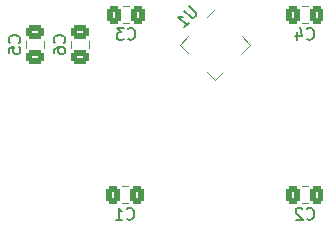
<source format=gbo>
G04 #@! TF.GenerationSoftware,KiCad,Pcbnew,(6.0.1)*
G04 #@! TF.CreationDate,2022-01-28T19:12:59+01:00*
G04 #@! TF.ProjectId,example,6578616d-706c-4652-9e6b-696361645f70,rev?*
G04 #@! TF.SameCoordinates,Original*
G04 #@! TF.FileFunction,Legend,Bot*
G04 #@! TF.FilePolarity,Positive*
%FSLAX46Y46*%
G04 Gerber Fmt 4.6, Leading zero omitted, Abs format (unit mm)*
G04 Created by KiCad (PCBNEW (6.0.1)) date 2022-01-28 19:12:59*
%MOMM*%
%LPD*%
G01*
G04 APERTURE LIST*
G04 Aperture macros list*
%AMRoundRect*
0 Rectangle with rounded corners*
0 $1 Rounding radius*
0 $2 $3 $4 $5 $6 $7 $8 $9 X,Y pos of 4 corners*
0 Add a 4 corners polygon primitive as box body*
4,1,4,$2,$3,$4,$5,$6,$7,$8,$9,$2,$3,0*
0 Add four circle primitives for the rounded corners*
1,1,$1+$1,$2,$3*
1,1,$1+$1,$4,$5*
1,1,$1+$1,$6,$7*
1,1,$1+$1,$8,$9*
0 Add four rect primitives between the rounded corners*
20,1,$1+$1,$2,$3,$4,$5,0*
20,1,$1+$1,$4,$5,$6,$7,0*
20,1,$1+$1,$6,$7,$8,$9,0*
20,1,$1+$1,$8,$9,$2,$3,0*%
%AMHorizOval*
0 Thick line with rounded ends*
0 $1 width*
0 $2 $3 position (X,Y) of the first rounded end (center of the circle)*
0 $4 $5 position (X,Y) of the second rounded end (center of the circle)*
0 Add line between two ends*
20,1,$1,$2,$3,$4,$5,0*
0 Add two circle primitives to create the rounded ends*
1,1,$1,$2,$3*
1,1,$1,$4,$5*%
%AMRotRect*
0 Rectangle, with rotation*
0 The origin of the aperture is its center*
0 $1 length*
0 $2 width*
0 $3 Rotation angle, in degrees counterclockwise*
0 Add horizontal line*
21,1,$1,$2,0,0,$3*%
G04 Aperture macros list end*
%ADD10C,0.150000*%
%ADD11C,0.120000*%
%ADD12C,4.000000*%
%ADD13C,2.500000*%
%ADD14HorizOval,2.500000X0.656270X0.728862X-0.656270X-0.728862X0*%
%ADD15HorizOval,2.500000X0.020277X0.289981X-0.020277X-0.289981X0*%
%ADD16R,1.700000X1.700000*%
%ADD17O,1.700000X1.700000*%
%ADD18RoundRect,0.250000X-0.337500X-0.475000X0.337500X-0.475000X0.337500X0.475000X-0.337500X0.475000X0*%
%ADD19RoundRect,0.250000X-0.475000X0.337500X-0.475000X-0.337500X0.475000X-0.337500X0.475000X0.337500X0*%
%ADD20RoundRect,0.062500X0.220971X0.309359X-0.309359X-0.220971X-0.220971X-0.309359X0.309359X0.220971X0*%
%ADD21RoundRect,0.062500X-0.220971X0.309359X-0.309359X0.220971X0.220971X-0.309359X0.309359X-0.220971X0*%
%ADD22RotRect,2.600000X2.600000X225.000000*%
G04 APERTURE END LIST*
D10*
X114466666Y-65537142D02*
X114514285Y-65584761D01*
X114657142Y-65632380D01*
X114752380Y-65632380D01*
X114895238Y-65584761D01*
X114990476Y-65489523D01*
X115038095Y-65394285D01*
X115085714Y-65203809D01*
X115085714Y-65060952D01*
X115038095Y-64870476D01*
X114990476Y-64775238D01*
X114895238Y-64680000D01*
X114752380Y-64632380D01*
X114657142Y-64632380D01*
X114514285Y-64680000D01*
X114466666Y-64727619D01*
X113609523Y-64965714D02*
X113609523Y-65632380D01*
X113847619Y-64584761D02*
X114085714Y-65299047D01*
X113466666Y-65299047D01*
X99226666Y-80777142D02*
X99274285Y-80824761D01*
X99417142Y-80872380D01*
X99512380Y-80872380D01*
X99655238Y-80824761D01*
X99750476Y-80729523D01*
X99798095Y-80634285D01*
X99845714Y-80443809D01*
X99845714Y-80300952D01*
X99798095Y-80110476D01*
X99750476Y-80015238D01*
X99655238Y-79920000D01*
X99512380Y-79872380D01*
X99417142Y-79872380D01*
X99274285Y-79920000D01*
X99226666Y-79967619D01*
X98274285Y-80872380D02*
X98845714Y-80872380D01*
X98560000Y-80872380D02*
X98560000Y-79872380D01*
X98655238Y-80015238D01*
X98750476Y-80110476D01*
X98845714Y-80158095D01*
X90117142Y-65873333D02*
X90164761Y-65825714D01*
X90212380Y-65682857D01*
X90212380Y-65587619D01*
X90164761Y-65444761D01*
X90069523Y-65349523D01*
X89974285Y-65301904D01*
X89783809Y-65254285D01*
X89640952Y-65254285D01*
X89450476Y-65301904D01*
X89355238Y-65349523D01*
X89260000Y-65444761D01*
X89212380Y-65587619D01*
X89212380Y-65682857D01*
X89260000Y-65825714D01*
X89307619Y-65873333D01*
X89212380Y-66778095D02*
X89212380Y-66301904D01*
X89688571Y-66254285D01*
X89640952Y-66301904D01*
X89593333Y-66397142D01*
X89593333Y-66635238D01*
X89640952Y-66730476D01*
X89688571Y-66778095D01*
X89783809Y-66825714D01*
X90021904Y-66825714D01*
X90117142Y-66778095D01*
X90164761Y-66730476D01*
X90212380Y-66635238D01*
X90212380Y-66397142D01*
X90164761Y-66301904D01*
X90117142Y-66254285D01*
X93927142Y-65873333D02*
X93974761Y-65825714D01*
X94022380Y-65682857D01*
X94022380Y-65587619D01*
X93974761Y-65444761D01*
X93879523Y-65349523D01*
X93784285Y-65301904D01*
X93593809Y-65254285D01*
X93450952Y-65254285D01*
X93260476Y-65301904D01*
X93165238Y-65349523D01*
X93070000Y-65444761D01*
X93022380Y-65587619D01*
X93022380Y-65682857D01*
X93070000Y-65825714D01*
X93117619Y-65873333D01*
X93022380Y-66730476D02*
X93022380Y-66540000D01*
X93070000Y-66444761D01*
X93117619Y-66397142D01*
X93260476Y-66301904D01*
X93450952Y-66254285D01*
X93831904Y-66254285D01*
X93927142Y-66301904D01*
X93974761Y-66349523D01*
X94022380Y-66444761D01*
X94022380Y-66635238D01*
X93974761Y-66730476D01*
X93927142Y-66778095D01*
X93831904Y-66825714D01*
X93593809Y-66825714D01*
X93498571Y-66778095D01*
X93450952Y-66730476D01*
X93403333Y-66635238D01*
X93403333Y-66444761D01*
X93450952Y-66349523D01*
X93498571Y-66301904D01*
X93593809Y-66254285D01*
X99326666Y-65537142D02*
X99374285Y-65584761D01*
X99517142Y-65632380D01*
X99612380Y-65632380D01*
X99755238Y-65584761D01*
X99850476Y-65489523D01*
X99898095Y-65394285D01*
X99945714Y-65203809D01*
X99945714Y-65060952D01*
X99898095Y-64870476D01*
X99850476Y-64775238D01*
X99755238Y-64680000D01*
X99612380Y-64632380D01*
X99517142Y-64632380D01*
X99374285Y-64680000D01*
X99326666Y-64727619D01*
X98993333Y-64632380D02*
X98374285Y-64632380D01*
X98707619Y-65013333D01*
X98564761Y-65013333D01*
X98469523Y-65060952D01*
X98421904Y-65108571D01*
X98374285Y-65203809D01*
X98374285Y-65441904D01*
X98421904Y-65537142D01*
X98469523Y-65584761D01*
X98564761Y-65632380D01*
X98850476Y-65632380D01*
X98945714Y-65584761D01*
X98993333Y-65537142D01*
X114466666Y-80777142D02*
X114514285Y-80824761D01*
X114657142Y-80872380D01*
X114752380Y-80872380D01*
X114895238Y-80824761D01*
X114990476Y-80729523D01*
X115038095Y-80634285D01*
X115085714Y-80443809D01*
X115085714Y-80300952D01*
X115038095Y-80110476D01*
X114990476Y-80015238D01*
X114895238Y-79920000D01*
X114752380Y-79872380D01*
X114657142Y-79872380D01*
X114514285Y-79920000D01*
X114466666Y-79967619D01*
X114085714Y-79967619D02*
X114038095Y-79920000D01*
X113942857Y-79872380D01*
X113704761Y-79872380D01*
X113609523Y-79920000D01*
X113561904Y-79967619D01*
X113514285Y-80062857D01*
X113514285Y-80158095D01*
X113561904Y-80300952D01*
X114133333Y-80872380D01*
X113514285Y-80872380D01*
X104483927Y-62766431D02*
X105056347Y-63338851D01*
X105090019Y-63439866D01*
X105090019Y-63507210D01*
X105056347Y-63608225D01*
X104921660Y-63742912D01*
X104820645Y-63776584D01*
X104753301Y-63776584D01*
X104652286Y-63742912D01*
X104079866Y-63170492D01*
X104079866Y-64584706D02*
X104483927Y-64180645D01*
X104281897Y-64382675D02*
X103574790Y-63675569D01*
X103743149Y-63709240D01*
X103877836Y-63709240D01*
X103978851Y-63675569D01*
D11*
X114038748Y-62765000D02*
X114561252Y-62765000D01*
X114038748Y-64235000D02*
X114561252Y-64235000D01*
X98798748Y-79475000D02*
X99321252Y-79475000D01*
X98798748Y-78005000D02*
X99321252Y-78005000D01*
X90705000Y-65778748D02*
X90705000Y-66301252D01*
X92175000Y-65778748D02*
X92175000Y-66301252D01*
X95985000Y-65778748D02*
X95985000Y-66301252D01*
X94515000Y-65778748D02*
X94515000Y-66301252D01*
X98898748Y-64235000D02*
X99421252Y-64235000D01*
X98898748Y-62765000D02*
X99421252Y-62765000D01*
X114038748Y-78005000D02*
X114561252Y-78005000D01*
X114038748Y-79475000D02*
X114561252Y-79475000D01*
X109663991Y-66040000D02*
X108974562Y-65350571D01*
X103696009Y-66040000D02*
X104385438Y-66729429D01*
X104385438Y-65350571D02*
X103696009Y-66040000D01*
X106680000Y-69023991D02*
X105990571Y-68334562D01*
X105990571Y-63745438D02*
X106680000Y-63056009D01*
X108974562Y-66729429D02*
X109663991Y-66040000D01*
X107369429Y-68334562D02*
X106680000Y-69023991D01*
%LPC*%
D12*
X99060000Y-73660000D03*
D13*
X96560000Y-69660000D03*
D14*
X95250000Y-71120000D03*
D15*
X101580000Y-68870000D03*
D12*
X114300000Y-73660000D03*
D13*
X111800000Y-69660000D03*
D14*
X110490000Y-71120000D03*
D15*
X116820000Y-68870000D03*
D16*
X87566667Y-58415000D03*
D17*
X87566667Y-60955000D03*
X87566667Y-63495000D03*
X87566667Y-66035000D03*
X87566667Y-68575000D03*
X87566667Y-71115000D03*
X87566667Y-73655000D03*
D12*
X99060000Y-58420000D03*
D13*
X96560000Y-54420000D03*
D14*
X95250000Y-55880000D03*
D15*
X101580000Y-53630000D03*
D12*
X114300000Y-58420000D03*
D13*
X111800000Y-54420000D03*
D14*
X110490000Y-55880000D03*
D15*
X116820000Y-53630000D03*
D18*
X113262500Y-63500000D03*
X115337500Y-63500000D03*
X98022500Y-78740000D03*
X100097500Y-78740000D03*
D19*
X91440000Y-65002500D03*
X91440000Y-67077500D03*
X95250000Y-65002500D03*
X95250000Y-67077500D03*
D18*
X98122500Y-63500000D03*
X100197500Y-63500000D03*
X113262500Y-78740000D03*
X115337500Y-78740000D03*
D20*
X107519689Y-64139651D03*
X107873243Y-64493204D03*
X108226796Y-64846757D03*
X108580349Y-65200311D03*
D21*
X108580349Y-66879689D03*
X108226796Y-67233243D03*
X107873243Y-67586796D03*
X107519689Y-67940349D03*
D20*
X105840311Y-67940349D03*
X105486757Y-67586796D03*
X105133204Y-67233243D03*
X104779651Y-66879689D03*
D21*
X104779651Y-65200311D03*
X105133204Y-64846757D03*
X105486757Y-64493204D03*
X105840311Y-64139651D03*
D22*
X106680000Y-66040000D03*
M02*

</source>
